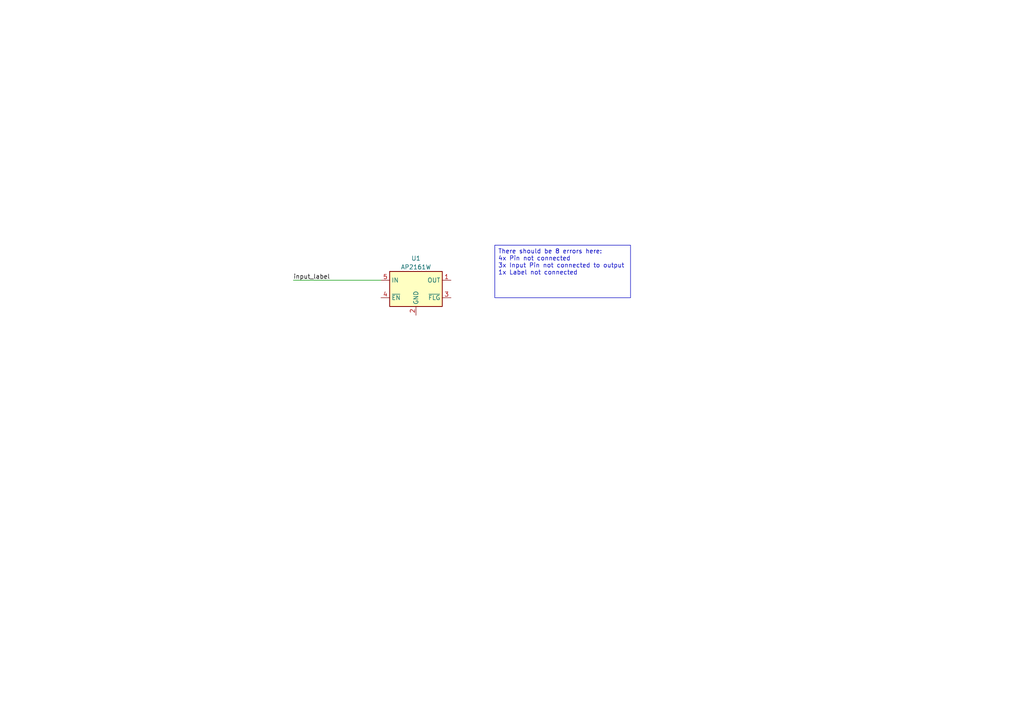
<source format=kicad_sch>
(kicad_sch (version 20220904) (generator eeschema)
  (paper "A4")
  (lib_symbols
    (symbol "Power_Management:AP2161W"
      (property "Reference" "U" (at -7.62 -6.35 0))
      (property "Value" "AP2161W" (at -7.62 6.35 0))
      (symbol "AP2161W_0_1"
        (rectangle (start -7.62 5.08) (end 7.62 -5.08) (stroke (width 0.254)) (fill (type background)))
      )
      (symbol "AP2161W_1_1"
        (pin power_out line (at 10.16 2.54 180) (length 2.54) (name "OUT") (number "1"))
        (pin power_in line (at 0 -7.62 90) (length 2.54) (name "GND") (number "2"))
        (pin open_collector line (at 10.16 -2.54 180) (length 2.54) (name "~{FLG}") (number "3"))
        (pin input line (at -10.16 -2.54 0) (length 2.54) (name "~{EN}") (number "4"))
        (pin power_in line (at -10.16 2.54 0) (length 2.54) (name "IN") (number "5"))
      )
    )
  )
  (wire (pts (xy 85.09 81.28) (xy 110.49 81.28)))
  (text_box "There should be 8 errors here:\n4x Pin not connected\n3x Input Pin not connected to output\n1x Label not connected" (at 143.51 71.12 0) (size 39.37 15.24) (effects (font (size 1.27 1.27)) (justify left top)))
  (label "input_label" (at 85.09 81.28 0))
  (symbol (lib_id "Power_Management:AP2161W") (at 120.65 83.82 0) (unit 1)
    (default_instance (reference "U1") (unit 1) (value "AP2161W") (footprint "Package_TO_SOT_SMD:SOT-23-5"))
    (property "Reference" "U1" (at 120.65 74.93 0))
    (property "Value" "AP2161W" (at 120.65 77.47 0))
    (property "Footprint" "Package_TO_SOT_SMD:SOT-23-5" (effects hide))
    (property "Datasheet" "https://www.diodes.com/assets/Datasheets/AP2161.pdf" (effects hide))
  )
)
</source>
